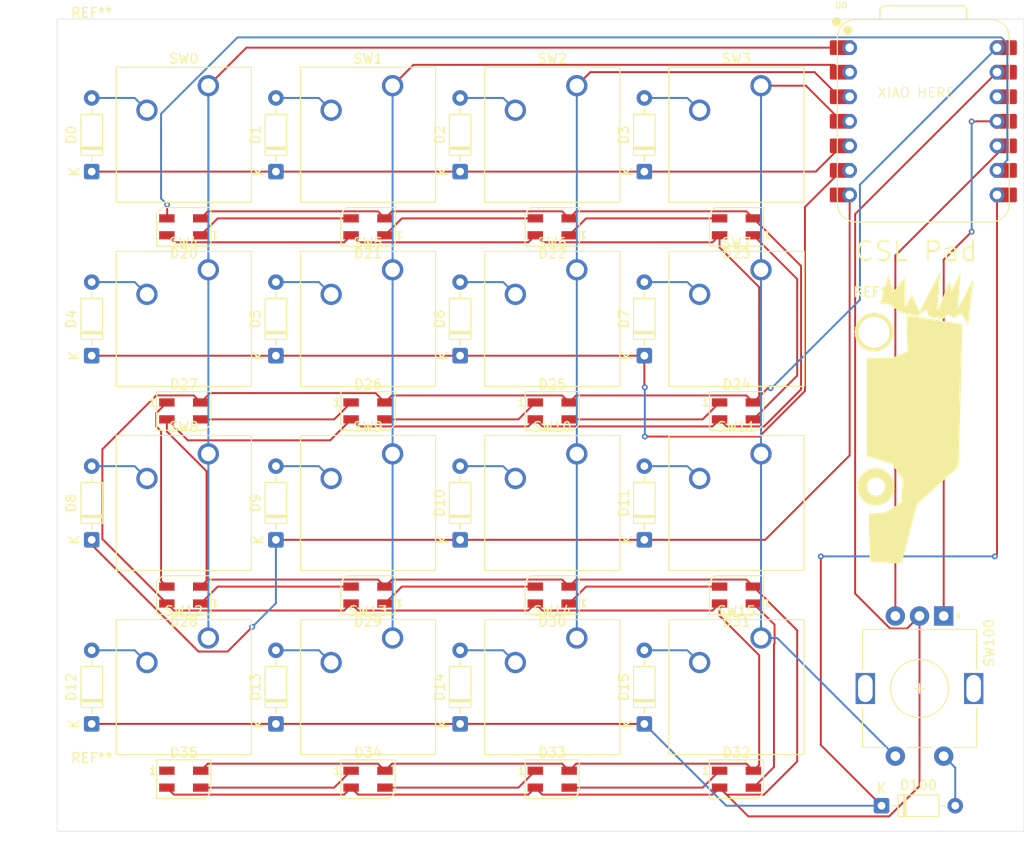
<source format=kicad_pcb>
(kicad_pcb (version 20241229) (generator "pcbnew") (generator_version "9.0")
  (layers (0 "F.Cu" signal) (2 "B.Cu" signal) (13 "F.Paste" user) (15 "B.Paste" user) (5 "F.SilkS" user "F.Silkscreen") (7 "B.SilkS" user "B.Silkscreen") (1 "F.Mask" user) (3 "B.Mask" user) (25 "Edge.Cuts" user))
  (net 0 "")
  (net 1 "+5V")
  (net 2 "LED")
  (net 3 "EC11S2")
  (net 4 "Net-(D2-A)")
  (net 5 "Net-(D3-A)")
  (net 6 "Net-(D4-A)")
  (net 7 "Net-(D5-A)")
  (net 8 "Net-(D6-A)")
  (net 9 "ROW1")
  (net 10 "Net-(D7-A)")
  (net 11 "Net-(D8-A)")
  (net 12 "Net-(D9-A)")
  (net 13 "Net-(D10-A)")
  (net 14 "ROW2")
  (net 15 "Net-(D11-A)")
  (net 16 "Net-(D12-A)")
  (net 17 "Net-(D13-A)")
  (net 18 "Net-(D14-A)")
  (net 19 "Net-(D15-A)")
  (net 20 "Net-(D20-DOUT)")
  (net 21 "Net-(D21-DOUT)")
  (net 22 "Net-(D22-DOUT)")
  (net 23 "Net-(D23-DOUT)")
  (net 24 "Net-(D24-DOUT)")
  (net 25 "Net-(D25-DOUT)")
  (net 26 "Net-(D26-DOUT)")
  (net 27 "Net-(D27-DOUT)")
  (net 28 "Net-(D28-DOUT)")
  (net 29 "Net-(D29-DOUT)")
  (net 30 "Net-(D30-DOUT)")
  (net 31 "Net-(D31-DOUT)")
  (net 32 "COL0")
  (net 33 "COL1")
  (net 34 "COL2")
  (net 35 "COL3")
  (net 36 "EC11B")
  (net 37 "EC11A")
  (net 38 "Net-(D0-A)")
  (net 39 "Net-(D1-A)")
  (net 40 "Net-(D32-DOUT)")
  (net 41 "Net-(D33-DOUT)")
  (net 42 "Net-(D34-DOUT)")
  (net 45 "ROW0")
  (net 46 "ROW3")
  (net 47 "GND")
  (footprint "Diode_THT:D_DO-35_SOD27_P7.62mm_Horizontal" (layer "F.Cu") (at 133.35 70.485 90)
    (property "Reference" "D3")
    (property "Value" "1N4148")
  )
  (footprint "Button_Switch_Keyboard:SW_Cherry_MX_1.00u_PCB" (layer "F.Cu") (at 126.365 80.645)
    (property "Reference" "SW6")
    (property "Value" "SW_Push")
  )
  (footprint "LED_SMD:LED_SK6812MINI_PLCC4_3.5x3.5mm_P1.75mm" (layer "F.Cu") (at 142.875 76.2 180)
    (property "Reference" "D23")
    (property "Value" "SK6812MINI")
  )
  (footprint "LED_SMD:LED_SK6812MINI_PLCC4_3.5x3.5mm_P1.75mm" (layer "F.Cu") (at 85.725 114.3 180)
    (property "Reference" "D28")
    (property "Value" "SK6812MINI")
  )
  (footprint "Button_Switch_Keyboard:SW_Cherry_MX_1.00u_PCB" (layer "F.Cu") (at 145.415 99.695)
    (property "Reference" "SW11")
    (property "Value" "SW_Push")
  )
  (footprint "Button_Switch_Keyboard:SW_Cherry_MX_1.00u_PCB" (layer "F.Cu") (at 145.415 61.595)
    (property "Reference" "SW3")
    (property "Value" "SW_Push")
  )
  (footprint "LED_SMD:LED_SK6812MINI_PLCC4_3.5x3.5mm_P1.75mm" (layer "F.Cu") (at 123.825 114.3 180)
    (property "Reference" "D30")
    (property "Value" "SK6812MINI")
  )
  (footprint "Button_Switch_Keyboard:SW_Cherry_MX_1.00u_PCB" (layer "F.Cu") (at 107.315 80.645)
    (property "Reference" "SW5")
    (property "Value" "SW_Push")
  )
  (footprint "Button_Switch_Keyboard:SW_Cherry_MX_1.00u_PCB" (layer "F.Cu") (at 107.315 61.595)
    (property "Reference" "SW1")
    (property "Value" "SW_Push")
  )
  (footprint "Diode_THT:D_DO-35_SOD27_P7.62mm_Horizontal" (layer "F.Cu") (at 76.2 89.535 90)
    (property "Reference" "D4")
    (property "Value" "1N4148")
  )
  (footprint "Diode_THT:D_DO-35_SOD27_P7.62mm_Horizontal" (layer "F.Cu") (at 114.3 70.485 90)
    (property "Reference" "D2")
    (property "Value" "1N4148")
  )
  (footprint "Diode_THT:D_DO-35_SOD27_P7.62mm_Horizontal" (layer "F.Cu") (at 133.35 89.535 90)
    (property "Reference" "D7")
    (property "Value" "1N4148")
  )
  (footprint "MountingHole:MountingHole_3.2mm_M3" (layer "F.Cu") (at 157.1 87.1)
    (property "Reference" "REF**")
    (property "Value" "MountingHole_3.2mm_M3")
  )
  (footprint "LED_SMD:LED_SK6812MINI_PLCC4_3.5x3.5mm_P1.75mm" (layer "F.Cu") (at 123.825 76.2 180)
    (property "Reference" "D22")
    (property "Value" "SK6812MINI")
  )
  (footprint "Rotary_Encoder:RotaryEncoder_Alps_EC11E-Switch_Vertical_H20mm" (layer "F.Cu") (at 164.30625 116.46875 -90)
    (property "Reference" "SW100")
    (property "Value" "RotaryEncoder_Switch")
  )
  (footprint "LED_SMD:LED_SK6812MINI_PLCC4_3.5x3.5mm_P1.75mm" (layer "F.Cu") (at 104.775 133.35)
    (property "Reference" "D34")
    (property "Value" "SK6812MINI")
  )
  (footprint "LED_SMD:LED_SK6812MINI_PLCC4_3.5x3.5mm_P1.75mm" (layer "F.Cu") (at 85.725 76.2 180)
    (property "Reference" "D20")
    (property "Value" "SK6812MINI")
  )
  (footprint "LED_SMD:LED_SK6812MINI_PLCC4_3.5x3.5mm_P1.75mm" (layer "F.Cu") (at 104.775 114.3 180)
    (property "Reference" "D29")
    (property "Value" "SK6812MINI")
  )
  (footprint "Diode_THT:D_DO-35_SOD27_P7.62mm_Horizontal" (layer "F.Cu") (at 157.88 136.1)
    (property "Reference" "D100")
    (property "Value" "1N4148")
  )
  (footprint "MountingHole:MountingHole_3.2mm_M3" (layer "F.Cu") (at 76.2 58.2)
    (property "Reference" "REF**")
    (property "Value" "MountingHole_3.2mm_M3")
  )
  (footprint "Diode_THT:D_DO-35_SOD27_P7.62mm_Horizontal" (layer "F.Cu") (at 76.2 70.485 90)
    (property "Reference" "D0")
    (property "Value" "1N4148")
  )
  (footprint "Diode_THT:D_DO-35_SOD27_P7.62mm_Horizontal" (layer "F.Cu") (at 114.3 89.535 90)
    (property "Reference" "D6")
    (property "Value" "1N4148")
  )
  (footprint "Diode_THT:D_DO-35_SOD27_P7.62mm_Horizontal" (layer "F.Cu") (at 95.25 127.635 90)
    (property "Reference" "D13")
    (property "Value" "1N4148")
  )
  (footprint "LED_SMD:LED_SK6812MINI_PLCC4_3.5x3.5mm_P1.75mm" (layer "F.Cu") (at 104.775 76.2 180)
    (property "Reference" "D21")
    (property "Value" "SK6812MINI")
  )
  (footprint "Button_Switch_Keyboard:SW_Cherry_MX_1.00u_PCB" (layer "F.Cu") (at 88.265 61.595)
    (property "Reference" "SW0")
    (property "Value" "SW_Push")
  )
  (footprint "Button_Switch_Keyboard:SW_Cherry_MX_1.00u_PCB" (layer "F.Cu") (at 107.315 99.695)
    (property "Reference" "SW9")
    (property "Value" "SW_Push")
  )
  (footprint "Button_Switch_Keyboard:SW_Cherry_MX_1.00u_PCB" (layer "F.Cu") (at 145.415 80.645)
    (property "Reference" "SW7")
    (property "Value" "SW_Push")
  )
  (footprint "LED_SMD:LED_SK6812MINI_PLCC4_3.5x3.5mm_P1.75mm" (layer "F.Cu") (at 123.825 133.35)
    (property "Reference" "D33")
    (property "Value" "SK6812MINI")
  )
  (footprint "MountingHole:MountingHole_3.2mm_M3" (layer "F.Cu") (at 76.2 135.3)
    (property "Reference" "REF**")
    (property "Value" "MountingHole_3.2mm_M3")
  )
  (footprint "Diode_THT:D_DO-35_SOD27_P7.62mm_Horizontal" (layer "F.Cu") (at 76.2 108.585 90)
    (property "Reference" "D8")
    (property "Value" "1N4148")
  )
  (footprint "Button_Switch_Keyboard:SW_Cherry_MX_1.00u_PCB" (layer "F.Cu") (at 107.315 118.745)
    (property "Reference" "SW13")
    (property "Value" "SW_Push")
  )
  (footprint "Button_Switch_Keyboard:SW_Cherry_MX_1.00u_PCB" (layer "F.Cu") (at 88.265 80.645)
    (property "Reference" "SW4")
    (property "Value" "SW_Push")
  )
  (footprint "LED_SMD:LED_SK6812MINI_PLCC4_3.5x3.5mm_P1.75mm" (layer "F.Cu") (at 142.875 95.25)
    (property "Reference" "D24")
    (property "Value" "SK6812MINI")
  )
  (footprint "Diode_THT:D_DO-35_SOD27_P7.62mm_Horizontal" (layer "F.Cu") (at 95.25 89.535 90)
    (property "Reference" "D5")
    (property "Value" "1N4148")
  )
  (footprint "Diode_THT:D_DO-35_SOD27_P7.62mm_Horizontal" (layer "F.Cu") (at 95.25 108.585 90)
    (property "Reference" "D9")
    (property "Value" "1N4148")
  )
  (footprint "Diode_THT:D_DO-35_SOD27_P7.62mm_Horizontal" (layer "F.Cu") (at 114.3 108.585 90)
    (property "Reference" "D10")
    (property "Value" "1N4148")
  )
  (footprint "LED_SMD:LED_SK6812MINI_PLCC4_3.5x3.5mm_P1.75mm" (layer "F.Cu") (at 142.875 114.3 180)
    (property "Reference" "D31")
    (property "Value" "SK6812MINI")
  )
  (footprint "LED_SMD:LED_SK6812MINI_PLCC4_3.5x3.5mm_P1.75mm" (layer "F.Cu") (at 142.875 133.35)
    (property "Reference" "D32")
    (property "Value" "SK6812MINI")
  )
  (footprint "Diode_THT:D_DO-35_SOD27_P7.62mm_Horizontal" (layer "F.Cu") (at 133.35 108.585 90)
    (property "Reference" "D11")
    (property "Value" "1N4148")
  )
  (footprint "Button_Switch_Keyboard:SW_Cherry_MX_1.00u_PCB" (layer "F.Cu") (at 88.265 99.695)
    (property "Reference" "SW8")
    (property "Value" "SW_Push")
  )
  (footprint "LED_SMD:LED_SK6812MINI_PLCC4_3.5x3.5mm_P1.75mm" (layer "F.Cu") (at 123.825 95.25)
    (property "Reference" "D25")
    (property "Value" "SK6812MINI")
  )
  (footprint "OPL2:XIAO-RP2040-DIP" (layer "F.Cu") (at 162.2 65.28)
    (property "Reference" "U0")
    (property "Value" "XIAO-RP2040-DIP")
  )
  (footprint "Button_Switch_Keyboard:SW_Cherry_MX_1.00u_PCB" (layer "F.Cu") (at 145.415 118.745)
    (property "Reference" "SW15")
    (property "Value" "SW_Push")
  )
  (footprint "LED_SMD:LED_SK6812MINI_PLCC4_3.5x3.5mm_P1.75mm" (layer "F.Cu") (at 85.725 133.35)
    (property "Reference" "D35")
    (property "Value" "SK6812MINI")
  )
  (footprint "Diode_THT:D_DO-35_SOD27_P7.62mm_Horizontal" (layer "F.Cu") (at 133.35 127.635 90)
    (property "Reference" "D15")
    (property "Value" "1N4148")
  )
  (footprint "Button_Switch_Keyboard:SW_Cherry_MX_1.00u_PCB" (layer "F.Cu") (at 126.365 61.595)
    (property "Reference" "SW2")
    (property "Value" "SW_Push")
  )
  (footprint "Button_Switch_Keyboard:SW_Cherry_MX_1.00u_PCB" (layer "F.Cu") (at 126.365 118.745)
    (property "Reference" "SW14")
    (property "Value" "SW_Push")
  )
  (footprint "Diode_THT:D_DO-35_SOD27_P7.62mm_Horizontal" (layer "F.Cu") (at 76.2 127.635 90)
    (property "Reference" "D12")
    (property "Value" "1N4148")
  )
  (footprint "LED_SMD:LED_SK6812MINI_PLCC4_3.5x3.5mm_P1.75mm" (layer "F.Cu") (at 104.775 95.25)
    (property "Reference" "D26")
    (property "Value" "SK6812MINI")
  )
  (footprint "Button_Switch_Keyboard:SW_Cherry_MX_1.00u_PCB" (layer "F.Cu") (at 126.365 99.695)
    (property "Reference" "SW10")
    (property "Value" "SW_Push")
  )
  (footprint "Diode_THT:D_DO-35_SOD27_P7.62mm_Horizontal" (layer "F.Cu") (at 95.25 70.485 90)
    (property "Reference" "D1")
    (property "Value" "1N4148")
  )
  (footprint "Button_Switch_Keyboard:SW_Cherry_MX_1.00u_PCB" (layer "F.Cu") (at 88.265 118.745)
    (property "Reference" "SW12")
    (property "Value" "SW_Push")
  )
  (footprint "Diode_THT:D_DO-35_SOD27_P7.62mm_Horizontal" (layer "F.Cu") (at 114.3 127.635 90)
    (property "Reference" "D14")
    (property "Value" "1N4148")
  )
  (footprint "LED_SMD:LED_SK6812MINI_PLCC4_3.5x3.5mm_P1.75mm" (layer "F.Cu") (at 85.725 95.25)
    (property "Reference" "D27")
    (property "Value" "SK6812MINI")
  )
  (gr_circle (center 157.1 87.1) (end 157.1 89) (stroke (width 0.1)) (fill no) (layer "F.SilkS"))
  (gr_circle (center 157.3 103.1) (end 158.4 104) (stroke (width 1)) (fill no) (layer "F.SilkS"))
  (gr_circle (center 157.1 87.1) (end 158.1 88) (stroke (width 1.3)) (fill no) (layer "F.SilkS"))
  (gr_circle (center 157.1 87.1) (end 158.7 88.3) (stroke (width 0.1) (type dot)) (fill no) (layer "F.SilkS"))
  (gr_circle (center 157.3 103.1) (end 158.5 104.6) (stroke (width 0.1) (type dot)) (fill no) (layer "F.SilkS"))
  (gr_poly (pts (xy 157.8 84.1) (xy 158.6 81.3) (xy 159 83.1) (xy 160.3 81.5) (xy 160.3 84.7) (xy 161 83.3) (xy 161.8 85.1) (xy 163.9 81) (xy 163.6 85.2) (xy 164.9 81.9) (xy 165.1 83) (xy 166 81.1) (xy 165.7 84.9) (xy 167.3 81.8) (xy 166.8 86.3) (xy 166.2 85.1) (xy 165.3 85.6) (xy 164.8 85.2) (xy 164.2 85.7) (xy 162.8 85.5) (xy 162.6 84.7) (xy 161.5 85.4) (xy 159.8 85) (xy 159.3 84.6) (xy 158.8 84.2) (xy 158.3 84.1)) (stroke (width 0.1)) (fill yes) (layer "F.SilkS"))
  (gr_poly (pts (xy 160.5 85.4) (xy 160.6 89.1) (xy 159 89.8) (xy 156.4 89.8) (xy 156.4 99.9) (xy 159 100.7) (xy 160.1 102.3) (xy 160 104.7) (xy 158.3 105.8) (xy 156.6 105.9) (xy 156.7 110.8) (xy 159.9 111) (xy 161.5 104.9) (xy 165.8 101) (xy 166.2 86.3)) (stroke (width 0.1)) (fill yes) (layer "F.SilkS"))
  (gr_rect (start 72.625 54.7) (end 172.6 138.74375) (stroke (width 0.05)) (fill no) (layer "Edge.Cuts"))
  (gr_text "XIAO HERE" (at 157.4 62.9 0) (layer "F.SilkS") (effects (font (size 1 1) (thickness 0.1)) (justify left bottom)))
  (gr_text "CSL Pad" (at 155 79.9 0) (layer "F.SilkS") (effects (font (size 2 2) (thickness 0.2) (bold yes)) (justify left bottom)))
  (segment (start 83.975 115.175) (end 77.301 108.501) (width 0.2) (layer "F.Cu") (net 1))
  (segment (start 125.575 132.475) (end 126.301 131.749) (width 0.2) (layer "F.Cu") (net 1))
  (segment (start 88.201 131.749) (end 105.799 131.749) (width 0.2) (layer "F.Cu") (net 1))
  (segment (start 124.849 131.749) (end 125.575 132.475) (width 0.2) (layer "F.Cu") (net 1))
  (segment (start 105.55 93.4) (end 106.525 94.375) (width 0.2) (layer "F.Cu") (net 1))
  (segment (start 145.226 120.537314) (end 141.125 116.436314) (width 0.2) (layer "F.Cu") (net 1))
  (segment (start 84.701 77.801) (end 83.975 77.075) (width 0.2) (layer "F.Cu") (net 1))
  (segment (start 146.4 92.9) (end 146.1 92.9) (width 0.2) (layer "F.Cu") (net 1))
  (segment (start 122.801 115.901) (end 122.075 115.175) (width 0.2) (layer "F.Cu") (net 1))
  (segment (start 145.226 131.874) (end 145.226 120.537314) (width 0.2) (layer "F.Cu") (net 1))
  (segment (start 141.125 78.336314) (end 141.125 77.075) (width 0.2) (layer "F.Cu") (net 1))
  (segment (start 103.751 77.801) (end 103.025 77.075) (width 0.2) (layer "F.Cu") (net 1))
  (segment (start 122.075 77.075) (end 121.349 77.801) (width 0.2) (layer "F.Cu") (net 1))
  (segment (start 122.801 77.801) (end 122.075 77.075) (width 0.2) (layer "F.Cu") (net 1))
  (segment (start 144.625 94.375) (end 145.226 93.774) (width 0.2) (layer "F.Cu") (net 1))
  (segment (start 103.025 115.175) (end 102.3 115.9) (width 0.2) (layer "F.Cu") (net 1))
  (segment (start 87.475 132.475) (end 88.201 131.749) (width 0.2) (layer "F.Cu") (net 1))
  (segment (start 122.075 115.175) (end 121.35 115.9) (width 0.2) (layer "F.Cu") (net 1))
  (segment (start 82.874 93.649) (end 86.749 93.649) (width 0.2) (layer "F.Cu") (net 1))
  (segment (start 107.251 131.749) (end 124.849 131.749) (width 0.2) (layer "F.Cu") (net 1))
  (segment (start 144.625 132.475) (end 145.226 131.874) (width 0.2) (layer "F.Cu") (net 1))
  (segment (start 143.899 93.649) (end 144.625 94.375) (width 0.2) (layer "F.Cu") (net 1))
  (segment (start 107.251 93.649) (end 124.849 93.649) (width 0.2) (layer "F.Cu") (net 1))
  (segment (start 146.1 92.9) (end 144.625 94.375) (width 0.2) (layer "F.Cu") (net 1))
  (segment (start 143.899 131.749) (end 144.625 132.475) (width 0.2) (layer "F.Cu") (net 1))
  (segment (start 103.75 115.9) (end 103.025 115.175) (width 0.2) (layer "F.Cu") (net 1))
  (segment (start 77.301 108.501) (end 77.301 99.222) (width 0.2) (layer "F.Cu") (net 1))
  (segment (start 84.7 115.9) (end 83.975 115.175) (width 0.2) (layer "F.Cu") (net 1))
  (segment (start 124.849 93.649) (end 125.575 94.375) (width 0.2) (layer "F.Cu") (net 1))
  (segment (start 140.399 77.801) (end 122.801 77.801) (width 0.2) (layer "F.Cu") (net 1))
  (segment (start 87.475 94.375) (end 88.45 93.4) (width 0.2) (layer "F.Cu") (net 1))
  (segment (start 77.301 99.222) (end 82.874 93.649) (width 0.2) (layer "F.Cu") (net 1))
  (segment (start 126.301 131.749) (end 143.899 131.749) (width 0.2) (layer "F.Cu") (net 1))
  (segment (start 125.575 94.375) (end 126.301 93.649) (width 0.2) (layer "F.Cu") (net 1))
  (segment (start 121.349 77.801) (end 103.751 77.801) (width 0.2) (layer "F.Cu") (net 1))
  (segment (start 106.525 132.475) (end 107.251 131.749) (width 0.2) (layer "F.Cu") (net 1))
  (segment (start 86.749 93.649) (end 87.475 94.375) (width 0.2) (layer "F.Cu") (net 1))
  (segment (start 145.226 93.774) (end 145.226 82.437314) (width 0.2) (layer "F.Cu") (net 1))
  (segment (start 126.301 93.649) (end 143.899 93.649) (width 0.2) (layer "F.Cu") (net 1))
  (segment (start 141.125 77.075) (end 140.399 77.801) (width 0.2) (layer "F.Cu") (net 1))
  (segment (start 102.3 115.9) (end 84.7 115.9) (width 0.2) (layer "F.Cu") (net 1))
  (segment (start 141.125 116.436314) (end 141.125 115.175) (width 0.2) (layer "F.Cu") (net 1))
  (segment (start 145.226 82.437314) (end 141.125 78.336314) (width 0.2) (layer "F.Cu") (net 1))
  (segment (start 121.35 115.9) (end 103.75 115.9) (width 0.2) (layer "F.Cu") (net 1))
  (segment (start 102.299 77.801) (end 84.701 77.801) (width 0.2) (layer "F.Cu") (net 1))
  (segment (start 88.45 93.4) (end 105.55 93.4) (width 0.2) (layer "F.Cu") (net 1))
  (segment (start 140.399 115.901) (end 122.801 115.901) (width 0.2) (layer "F.Cu") (net 1))
  (segment (start 141.125 115.175) (end 140.399 115.901) (width 0.2) (layer "F.Cu") (net 1))
  (segment (start 106.525 94.375) (end 107.251 93.649) (width 0.2) (layer "F.Cu") (net 1))
  (segment (start 103.025 77.075) (end 102.299 77.801) (width 0.2) (layer "F.Cu") (net 1))
  (segment (start 105.799 131.749) (end 106.525 132.475) (width 0.2) (layer "F.Cu") (net 1))
  (via (at 146.4 92.9) (size 0.6) (drill 0.3) (layers "F.Cu" "B.Cu") (net 1))
  (segment (start 169.82 57.66) (end 155.643 71.837) (width 0.2) (layer "B.Cu") (net 1))
  (segment (start 146.4 93) (end 146.4 92.9) (width 0.2) (layer "B.Cu") (net 1))
  (segment (start 155.643 71.837) (end 155.643 83.757) (width 0.2) (layer "B.Cu") (net 1))
  (segment (start 155.643 83.757) (end 146.4 93) (width 0.2) (layer "B.Cu") (net 1))
  (segment (start 84 73.9) (end 84 75.3) (width 0.2) (layer "F.Cu") (net 2))
  (via (at 84 73.9) (size 0.6) (drill 0.3) (layers "F.Cu" "B.Cu") (net 2))
  (segment (start 170.883 57.21969) (end 170.26031 56.597) (width 0.2) (layer "B.Cu") (net 2))
  (segment (start 83.374 64.504686) (end 83.374 73.274) (width 0.2) (layer "B.Cu") (net 2))
  (segment (start 169.82 70.36) (end 170.883 69.297) (width 0.2) (layer "B.Cu") (net 2))
  (segment (start 170.26031 56.597) (end 91.281686 56.597) (width 0.2) (layer "B.Cu") (net 2))
  (segment (start 83.374 73.274) (end 84 73.9) (width 0.2) (layer "B.Cu") (net 2))
  (segment (start 170.883 69.297) (end 170.883 57.21969) (width 0.2) (layer "B.Cu") (net 2))
  (segment (start 91.281686 56.597) (end 83.374 64.504686) (width 0.2) (layer "B.Cu") (net 2))
  (segment (start 165.5 136.1) (end 165.5 132.1625) (width 0.2) (layer "B.Cu") (net 3))
  (segment (start 165.5 132.1625) (end 164.30625 130.96875) (width 0.2) (layer "B.Cu") (net 3))
  (segment (start 114.3 62.865) (end 118.745 62.865) (width 0.2) (layer "B.Cu") (net 4))
  (segment (start 118.745 62.865) (end 120.015 64.135) (width 0.2) (layer "B.Cu") (net 4))
  (segment (start 137.795 62.865) (end 139.065 64.135) (width 0.2) (layer "B.Cu") (net 5))
  (segment (start 133.35 62.865) (end 137.795 62.865) (width 0.2) (layer "B.Cu") (net 5))
  (segment (start 80.645 81.915) (end 81.915 83.185) (width 0.2) (layer "B.Cu") (net 6))
  (segment (start 76.2 81.915) (end 80.645 81.915) (width 0.2) (layer "B.Cu") (net 6))
  (segment (start 95.25 81.915) (end 99.695 81.915) (width 0.2) (layer "B.Cu") (net 7))
  (segment (start 99.695 81.915) (end 100.965 83.185) (width 0.2) (layer "B.Cu") (net 7))
  (segment (start 118.745 81.915) (end 120.015 83.185) (width 0.2) (layer "B.Cu") (net 8))
  (segment (start 114.3 81.915) (end 118.745 81.915) (width 0.2) (layer "B.Cu") (net 8))
  (segment (start 133.35 89.535) (end 133.35 92.75) (width 0.2) (layer "F.Cu") (net 9))
  (segment (start 133.35 92.75) (end 133.4 92.8) (width 0.2) (layer "F.Cu") (net 9))
  (segment (start 76.2 89.535) (end 133.35 89.535) (width 0.2) (layer "F.Cu") (net 9))
  (segment (start 149.958 93.1861) (end 149.958 74.147) (width 0.2) (layer "F.Cu") (net 9))
  (segment (start 133.4 97.9) (end 145.2441 97.9) (width 0.2) (layer "F.Cu") (net 9))
  (segment (start 149.958 74.147) (end 153.745 70.36) (width 0.2) (layer "F.Cu") (net 9))
  (segment (start 145.2441 97.9) (end 149.958 93.1861) (width 0.2) (layer "F.Cu") (net 9))
  (via (at 133.4 97.9) (size 0.6) (drill 0.3) (layers "F.Cu" "B.Cu") (net 9))
  (via (at 133.4 92.8) (size 0.6) (drill 0.3) (layers "F.Cu" "B.Cu") (net 9))
  (segment (start 133.4 92.8) (end 133.4 97.9) (width 0.2) (layer "B.Cu") (net 9))
  (segment (start 133.35 81.915) (end 137.795 81.915) (width 0.2) (layer "B.Cu") (net 10))
  (segment (start 137.795 81.915) (end 139.065 83.185) (width 0.2) (layer "B.Cu") (net 10))
  (segment (start 76.2 100.965) (end 80.645 100.965) (width 0.2) (layer "B.Cu") (net 11))
  (segment (start 80.645 100.965) (end 81.915 102.235) (width 0.2) (layer "B.Cu") (net 11))
  (segment (start 95.25 100.965) (end 99.695 100.965) (width 0.2) (layer "B.Cu") (net 12))
  (segment (start 99.695 100.965) (end 100.965 102.235) (width 0.2) (layer "B.Cu") (net 12))
  (segment (start 114.3 100.965) (end 118.745 100.965) (width 0.2) (layer "B.Cu") (net 13))
  (segment (start 118.745 100.965) (end 120.015 102.235) (width 0.2) (layer "B.Cu") (net 13))
  (segment (start 133.35 108.585) (end 145.84347 108.585) (width 0.2) (layer "F.Cu") (net 14))
  (segment (start 87.246 120.146) (end 90.254 120.146) (width 0.2) (layer "F.Cu") (net 14))
  (segment (start 154.58 99.84847) (end 154.58 72.9) (width 0.2) (layer "F.Cu") (net 14))
  (segment (start 76.2 109.1) (end 87.246 120.146) (width 0.2) (layer "F.Cu") (net 14))
  (segment (start 145.84347 108.585) (end 154.58 99.84847) (width 0.2) (layer "F.Cu") (net 14))
  (segment (start 90.254 120.146) (end 92.8 117.6) (width 0.2) (layer "F.Cu") (net 14))
  (segment (start 95.25 108.585) (end 133.35 108.585) (width 0.2) (layer "F.Cu") (net 14))
  (via (at 92.8 117.6) (size 0.6) (drill 0.3) (layers "F.Cu" "B.Cu") (net 14))
  (segment (start 95.25 115.15) (end 95.25 108.585) (width 0.2) (layer "B.Cu") (net 14))
  (segment (start 92.8 117.6) (end 95.25 115.15) (width 0.2) (layer "B.Cu") (net 14))
  (segment (start 137.795 100.965) (end 139.065 102.235) (width 0.2) (layer "B.Cu") (net 15))
  (segment (start 133.35 100.965) (end 137.795 100.965) (width 0.2) (layer "B.Cu") (net 15))
  (segment (start 76.2 120.015) (end 80.645 120.015) (width 0.2) (layer "B.Cu") (net 16))
  (segment (start 80.645 120.015) (end 81.915 121.285) (width 0.2) (layer "B.Cu") (net 16))
  (segment (start 95.25 120.015) (end 99.695 120.015) (width 0.2) (layer "B.Cu") (net 17))
  (segment (start 99.695 120.015) (end 100.965 121.285) (width 0.2) (layer "B.Cu") (net 17))
  (segment (start 118.745 120.015) (end 120.015 121.285) (width 0.2) (layer "B.Cu") (net 18))
  (segment (start 114.3 120.015) (end 118.745 120.015) (width 0.2) (layer "B.Cu") (net 18))
  (segment (start 137.795 120.015) (end 139.065 121.285) (width 0.2) (layer "B.Cu") (net 19))
  (segment (start 133.35 120.015) (end 137.795 120.015) (width 0.2) (layer "B.Cu") (net 19))
  (segment (start 89.225 75.325) (end 87.475 77.075) (width 0.2) (layer "F.Cu") (net 20))
  (segment (start 103.025 75.325) (end 89.225 75.325) (width 0.2) (layer "F.Cu") (net 20))
  (segment (start 122.075 75.325) (end 108.275 75.325) (width 0.2) (layer "F.Cu") (net 21))
  (segment (start 108.275 75.325) (end 106.525 77.075) (width 0.2) (layer "F.Cu") (net 21))
  (segment (start 127.325 75.325) (end 125.575 77.075) (width 0.2) (layer "F.Cu") (net 22))
  (segment (start 141.125 75.325) (end 127.325 75.325) (width 0.2) (layer "F.Cu") (net 22))
  (segment (start 149.156 81.606) (end 144.625 77.075) (width 0.2) (layer "F.Cu") (net 23))
  (segment (start 144.625 96.125) (end 149.156 91.594) (width 0.2) (layer "F.Cu") (net 23))
  (segment (start 149.156 91.594) (end 149.156 81.606) (width 0.2) (layer "F.Cu") (net 23))
  (segment (start 125.575 96.125) (end 139.375 96.125) (width 0.2) (layer "F.Cu") (net 24))
  (segment (start 139.375 96.125) (end 141.125 94.375) (width 0.2) (layer "F.Cu") (net 24))
  (segment (start 120.325 96.125) (end 122.075 94.375) (width 0.2) (layer "F.Cu") (net 25))
  (segment (start 106.525 96.125) (end 120.325 96.125) (width 0.2) (layer "F.Cu") (net 25))
  (segment (start 87.475 96.125) (end 101.275 96.125) (width 0.2) (layer "F.Cu") (net 26))
  (segment (start 101.275 96.125) (end 103.025 94.375) (width 0.2) (layer "F.Cu") (net 26))
  (segment (start 83.374 112.824) (end 83.374 97.351) (width 0.2) (layer "F.Cu") (net 27))
  (segment (start 83.374 97.351) (end 82.874 96.851) (width 0.2) (layer "F.Cu") (net 27))
  (segment (start 82.874 95.476) (end 83.975 94.375) (width 0.2) (layer "F.Cu") (net 27))
  (segment (start 82.874 96.851) (end 82.874 95.476) (width 0.2) (layer "F.Cu") (net 27))
  (segment (start 83.975 113.425) (end 83.374 112.824) (width 0.2) (layer "F.Cu") (net 27))
  (segment (start 103.025 113.425) (end 89.225 113.425) (width 0.2) (layer "F.Cu") (net 28))
  (segment (start 89.225 113.425) (end 87.475 115.175) (width 0.2) (layer "F.Cu") (net 28))
  (segment (start 122.075 113.425) (end 108.275 113.425) (width 0.2) (layer "F.Cu") (net 29))
  (segment (start 108.275 113.425) (end 106.525 115.175) (width 0.2) (layer "F.Cu") (net 29))
  (segment (start 141.125 113.425) (end 127.325 113.425) (width 0.2) (layer "F.Cu") (net 30))
  (segment (start 127.325 113.425) (end 125.575 115.175) (width 0.2) (layer "F.Cu") (net 30))
  (segment (start 144.625 134.225) (end 146.754 132.096) (width 0.2) (layer "F.Cu") (net 31))
  (segment (start 146.754 132.096) (end 146.754 119.387314) (width 0.2) (layer "F.Cu") (net 31))
  (segment (start 146.816 117.366) (end 144.625 115.175) (width 0.2) (layer "F.Cu") (net 31))
  (segment (start 146.816 119.325314) (end 146.816 117.366) (width 0.2) (layer "F.Cu") (net 31))
  (segment (start 146.754 119.387314) (end 146.816 119.325314) (width 0.2) (layer "F.Cu") (net 31))
  (segment (start 92.2 57.66) (end 153.745 57.66) (width 0.2) (layer "F.Cu") (net 32))
  (segment (start 88.265 61.595) (end 92.2 57.66) (width 0.2) (layer "F.Cu") (net 32))
  (segment (start 88.265 61.595) (end 88.265 80.645) (width 0.2) (layer "B.Cu") (net 32))
  (segment (start 88.265 61.595) (end 88.265 118.745) (width 0.2) (layer "B.Cu") (net 32))
  (segment (start 109.472 59.438) (end 152.983 59.438) (width 0.2) (layer "F.Cu") (net 33))
  (segment (start 152.983 59.438) (end 153.745 60.2) (width 0.2) (layer "F.Cu") (net 33))
  (segment (start 107.315 61.595) (end 109.472 59.438) (width 0.2) (layer "F.Cu") (net 33))
  (segment (start 107.315 61.595) (end 107.315 118.745) (width 0.2) (layer "B.Cu") (net 33))
  (segment (start 127.766 60.194) (end 150.95637 60.194) (width 0.2) (layer "F.Cu") (net 34))
  (segment (start 150.95637 60.194) (end 153.50237 62.74) (width 0.2) (layer "F.Cu") (net 34))
  (segment (start 126.365 61.595) (end 127.766 60.194) (width 0.2) (layer "F.Cu") (net 34))
  (segment (start 126.365 61.595) (end 126.365 118.745) (width 0.2) (layer "B.Cu") (net 34))
  (segment (start 145.415 61.595) (end 150.06 61.595) (width 0.2) (layer "F.Cu") (net 35))
  (segment (start 150.06 61.595) (end 153.745 65.28) (width 0.2) (layer "F.Cu") (net 35))
  (segment (start 147.0825 118.745) (end 145.415 118.745) (width 0.2) (layer "B.Cu") (net 35))
  (segment (start 159.30625 130.96875) (end 147.0825 118.745) (width 0.2) (layer "B.Cu") (net 35))
  (segment (start 145.415 61.595) (end 145.415 118.745) (width 0.2) (layer "B.Cu") (net 35))
  (segment (start 159.30625 79.16875) (end 170.655 67.82) (width 0.2) (layer "F.Cu") (net 36))
  (segment (start 159.30625 116.46875) (end 159.30625 79.16875) (width 0.2) (layer "F.Cu") (net 36))
  (segment (start 167.72 65.28) (end 169.82 65.28) (width 0.2) (layer "F.Cu") (net 37))
  (segment (start 164.30625 116.46875) (end 164.30625 79.59375) (width 0.2) (layer "F.Cu") (net 37))
  (segment (start 167.2 65.3) (end 167.7 65.3) (width 0.2) (layer "F.Cu") (net 37))
  (segment (start 167.7 65.3) (end 167.72 65.28) (width 0.2) (layer "F.Cu") (net 37))
  (segment (start 164.30625 79.59375) (end 167.2 76.7) (width 0.2) (layer "F.Cu") (net 37))
  (via (at 167.2 76.7) (size 0.6) (drill 0.3) (layers "F.Cu" "B.Cu") (net 37))
  (via (at 167.2 65.3) (size 0.6) (drill 0.3) (layers "F.Cu" "B.Cu") (net 37))
  (segment (start 167.2 76.7) (end 167.2 65.3) (width 0.2) (layer "B.Cu") (net 37))
  (segment (start 80.645 62.865) (end 81.915 64.135) (width 0.2) (layer "B.Cu") (net 38))
  (segment (start 76.2 62.865) (end 80.645 62.865) (width 0.2) (layer "B.Cu") (net 38))
  (segment (start 99.695 62.865) (end 100.965 64.135) (width 0.2) (layer "B.Cu") (net 39))
  (segment (start 95.25 62.865) (end 99.695 62.865) (width 0.2) (layer "B.Cu") (net 39))
  (segment (start 125.575 134.225) (end 139.375 134.225) (width 0.2) (layer "F.Cu") (net 40))
  (segment (start 139.375 134.225) (end 141.125 132.475) (width 0.2) (layer "F.Cu") (net 40))
  (segment (start 120.325 134.225) (end 122.075 132.475) (width 0.2) (layer "F.Cu") (net 41))
  (segment (start 106.525 134.225) (end 120.325 134.225) (width 0.2) (layer "F.Cu") (net 41))
  (segment (start 101.275 134.225) (end 103.025 132.475) (width 0.2) (layer "F.Cu") (net 42))
  (segment (start 87.475 134.225) (end 101.275 134.225) (width 0.2) (layer "F.Cu") (net 42))
  (segment (start 133.35 70.485) (end 151.08 70.485) (width 0.2) (layer "F.Cu") (net 45))
  (segment (start 76.2 70.485) (end 133.35 70.485) (width 0.2) (layer "F.Cu") (net 45))
  (segment (start 151.08 70.485) (end 153.745 67.82) (width 0.2) (layer "F.Cu") (net 45))
  (segment (start 76.2 127.635) (end 133.35 127.635) (width 0.2) (layer "F.Cu") (net 46))
  (segment (start 169.82 110.08) (end 169.82 72.9) (width 0.2) (layer "F.Cu") (net 46))
  (segment (start 151.6 129.82) (end 151.6 110.3) (width 0.2) (layer "F.Cu") (net 46))
  (segment (start 157.88 136.1) (end 151.6 129.82) (width 0.2) (layer "F.Cu") (net 46))
  (segment (start 169.6 110.3) (end 169.82 110.08) (width 0.2) (layer "F.Cu") (net 46))
  (via (at 151.6 110.3) (size 0.6) (drill 0.3) (layers "F.Cu" "B.Cu") (net 46))
  (via (at 169.6 110.3) (size 0.6) (drill 0.3) (layers "F.Cu" "B.Cu") (net 46))
  (segment (start 151.6 110.3) (end 169.6 110.3) (width 0.2) (layer "B.Cu") (net 46))
  (segment (start 141.815 136.1) (end 133.35 127.635) (width 0.2) (layer "B.Cu") (net 46))
  (segment (start 157.88 136.1) (end 141.815 136.1) (width 0.2) (layer "B.Cu") (net 46))
  (segment (start 125.575 113.425) (end 126.301 112.699) (width 0.2) (layer "F.Cu") (net 47))
  (segment (start 143.899 112.699) (end 144.625 113.425) (width 0.2) (layer "F.Cu") (net 47))
  (segment (start 144.101 137.201) (end 141.125 134.225) (width 0.2) (layer "F.Cu") (net 47))
  (segment (start 88.201 112.699) (end 105.799 112.699) (width 0.2) (layer "F.Cu") (net 47))
  (segment (start 88.201 74.599) (end 105.799 74.599) (width 0.2) (layer "F.Cu") (net 47))
  (segment (start 103.025 96.125) (end 103.751 96.851) (width 0.2) (layer "F.Cu") (net 47))
  (segment (start 107.251 74.599) (end 124.849 74.599) (width 0.2) (layer "F.Cu") (net 47))
  (segment (start 83.975 97.386314) (end 83.975 96.125) (width 0.2) (layer "F.Cu") (net 47))
  (segment (start 122.801 134.951) (end 140.399 134.951) (width 0.2) (layer "F.Cu") (net 47))
  (segment (start 149.156 117.956) (end 149.156 131.521) (width 0.2) (layer "F.Cu") (net 47))
  (segment (start 155.149 74.871) (end 169.82 60.2) (width 0.2) (layer "F.Cu") (net 47))
  (segment (start 122.075 134.225) (end 121.349 134.951) (width 0.2) (layer "F.Cu") (net 47))
  (segment (start 158.767358 117.76975) (end 155.149 114.151392) (width 0.2) (layer "F.Cu") (net 47))
  (segment (start 160.50525 117.76975) (end 158.767358 117.76975) (width 0.2) (layer "F.Cu") (net 47))
  (segment (start 83.975 96.125) (end 86.144 98.294) (width 0.2) (layer "F.Cu") (net 47))
  (segment (start 87.475 75.325) (end 88.201 74.599) (width 0.2) (layer "F.Cu") (net 47))
  (segment (start 161.80625 116.46875) (end 160.50525 117.76975) (width 0.2) (layer "F.Cu") (net 47))
  (segment (start 149.156 131.521) (end 145.726 134.951) (width 0.2) (layer "F.Cu") (net 47))
  (segment (start 103.751 96.851) (end 121.349 96.851) (width 0.2) (layer "F.Cu") (net 47))
  (segment (start 126.301 112.699) (end 143.899 112.699) (width 0.2) (layer "F.Cu") (net 47))
  (segment (start 141.851 96.851) (end 145.726 96.851) (width 0.2) (layer "F.Cu") (net 47))
  (segment (start 100.856 98.294) (end 103.025 96.125) (width 0.2) (layer "F.Cu") (net 47))
  (segment (start 86.144 98.294) (end 100.856 98.294) (width 0.2) (layer "F.Cu") (net 47))
  (segment (start 105.799 112.699) (end 106.525 113.425) (width 0.2) (layer "F.Cu") (net 47))
  (segment (start 141.851 134.951) (end 141.125 134.225) (width 0.2) (layer "F.Cu") (net 47))
  (segment (start 87.475 113.425) (end 88.076 112.824) (width 0.2) (layer "F.Cu") (net 47))
  (segment (start 122.801 96.851) (end 140.399 96.851) (width 0.2) (layer "F.Cu") (net 47))
  (segment (start 121.349 134.951) (end 103.751 134.951) (width 0.2) (layer "F.Cu") (net 47))
  (segment (start 88.076 101.487314) (end 83.975 97.386314) (width 0.2) (layer "F.Cu") (net 47))
  (segment (start 106.525 75.325) (end 107.251 74.599) (width 0.2) (layer "F.Cu") (net 47))
  (segment (start 87.475 113.425) (end 88.201 112.699) (width 0.2) (layer "F.Cu") (net 47))
  (segment (start 122.075 96.125) (end 122.801 96.851) (width 0.2) (layer "F.Cu") (net 47))
  (segment (start 103.025 134.225) (end 102.299 134.951) (width 0.2) (layer "F.Cu") (net 47))
  (segment (start 125.575 75.325) (end 126.301 74.599) (width 0.2) (layer "F.Cu") (net 47))
  (segment (start 161.80625 134.05991) (end 158.66516 137.201) (width 0.2) (layer "F.Cu") (net 47))
  (segment (start 122.075 134.225) (end 122.801 134.951) (width 0.2) (layer "F.Cu") (net 47))
  (segment (start 124.849 112.699) (end 125.575 113.425) (width 0.2) (layer "F.Cu") (net 47))
  (segment (start 144.625 113.425) (end 149.156 117.956) (width 0.2) (layer "F.Cu") (net 47))
  (segment (start 106.525 113.425) (end 107.251 112.699) (width 0.2) (layer "F.Cu") (net 47))
  (segment (start 141.125 96.125) (end 141.851 96.851) (width 0.2) (layer "F.Cu") (net 47))
  (segment (start 161.80625 116.46875) (end 161.80625 134.05991) (width 0.2) (layer "F.Cu") (net 47))
  (segment (start 145.726 134.951) (end 141.851 134.951) (width 0.2) (layer "F.Cu") (net 47))
  (segment (start 143.899 74.599) (end 144.625 75.325) (width 0.2) (layer "F.Cu") (net 47))
  (segment (start 107.251 112.699) (end 124.849 112.699) (width 0.2) (layer "F.Cu") (net 47))
  (segment (start 140.399 96.851) (end 141.125 96.125) (width 0.2) (layer "F.Cu") (net 47))
  (segment (start 145.726 96.851) (end 149.557 93.02) (width 0.2) (layer "F.Cu") (net 47))
  (segment (start 121.349 96.851) (end 122.075 96.125) (width 0.2) (layer "F.Cu") (net 47))
  (segment (start 102.299 134.951) (end 84.701 134.951) (width 0.2) (layer "F.Cu") (net 47))
  (segment (start 88.076 112.824) (end 88.076 101.487314) (width 0.2) (layer "F.Cu") (net 47))
  (segment (start 105.799 74.599) (end 106.525 75.325) (width 0.2) (layer "F.Cu") (net 47))
  (segment (start 140.399 134.951) (end 141.125 134.225) (width 0.2) (layer "F.Cu") (net 47))
  (segment (start 84.701 134.951) (end 83.975 134.225) (width 0.2) (layer "F.Cu") (net 47))
  (segment (start 158.66516 137.201) (end 144.101 137.201) (width 0.2) (layer "F.Cu") (net 47))
  (segment (start 155.149 114.151392) (end 155.149 74.871) (width 0.2) (layer "F.Cu") (net 47))
  (segment (start 103.751 134.951) (end 103.025 134.225) (width 0.2) (layer "F.Cu") (net 47))
  (segment (start 124.849 74.599) (end 125.575 75.325) (width 0.2) (layer "F.Cu") (net 47))
  (segment (start 126.301 74.599) (end 143.899 74.599) (width 0.2) (layer "F.Cu") (net 47))
  (segment (start 149.557 80.257) (end 144.625 75.325) (width 0.2) (layer "F.Cu") (net 47))
  (segment (start 149.557 93.02) (end 149.557 80.257) (width 0.2) (layer "F.Cu") (net 47))
)
</source>
